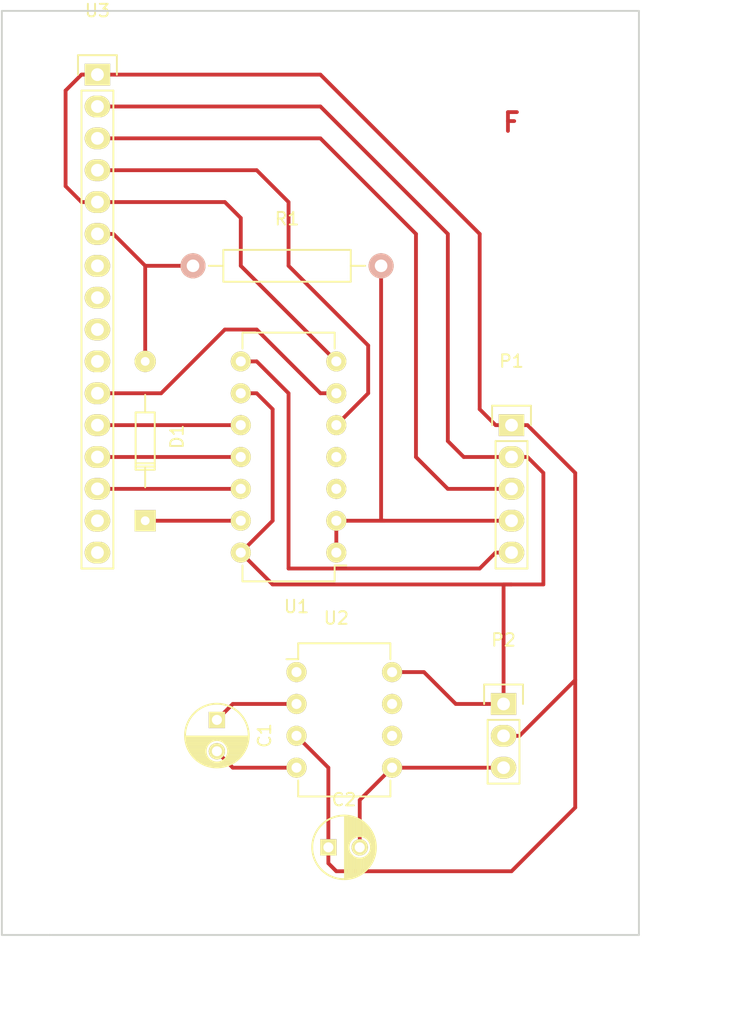
<source format=kicad_pcb>
(kicad_pcb (version 4) (host pcbnew 4.0.2+dfsg1-stable)

  (general
    (links 28)
    (no_connects 0)
    (area 120.574999 69.8702 183.565715 153.83)
    (thickness 1.6)
    (drawings 8)
    (tracks 90)
    (zones 0)
    (modules 9)
    (nets 27)
  )

  (page A4)
  (layers
    (0 F.Cu signal)
    (31 B.Cu signal)
    (32 B.Adhes user)
    (33 F.Adhes user)
    (34 B.Paste user)
    (35 F.Paste user)
    (36 B.SilkS user)
    (37 F.SilkS user)
    (38 B.Mask user)
    (39 F.Mask user)
    (40 Dwgs.User user)
    (41 Cmts.User user)
    (42 Eco1.User user)
    (43 Eco2.User user)
    (44 Edge.Cuts user)
    (45 Margin user)
    (46 B.CrtYd user)
    (47 F.CrtYd user)
    (48 B.Fab user)
    (49 F.Fab user)
  )

  (setup
    (last_trace_width 0.3048)
    (trace_clearance 0.3048)
    (zone_clearance 0.508)
    (zone_45_only no)
    (trace_min 0.3048)
    (segment_width 0.2)
    (edge_width 0.15)
    (via_size 2.54)
    (via_drill 2.286)
    (via_min_size 2.54)
    (via_min_drill 2.286)
    (uvia_size 2.54)
    (uvia_drill 0)
    (uvias_allowed no)
    (uvia_min_size 0)
    (uvia_min_drill 0)
    (pcb_text_width 0.3)
    (pcb_text_size 1.5 1.5)
    (mod_edge_width 0.15)
    (mod_text_size 1 1)
    (mod_text_width 0.15)
    (pad_size 1.524 1.524)
    (pad_drill 0.762)
    (pad_to_mask_clearance 0.2)
    (aux_axis_origin 0 0)
    (visible_elements FFFFFF7F)
    (pcbplotparams
      (layerselection 0x00030_80000001)
      (usegerberextensions false)
      (excludeedgelayer true)
      (linewidth 0.100000)
      (plotframeref false)
      (viasonmask false)
      (mode 1)
      (useauxorigin false)
      (hpglpennumber 1)
      (hpglpenspeed 20)
      (hpglpendiameter 15)
      (hpglpenoverlay 2)
      (psnegative false)
      (psa4output false)
      (plotreference true)
      (plotvalue true)
      (plotinvisibletext false)
      (padsonsilk false)
      (subtractmaskfromsilk false)
      (outputformat 1)
      (mirror false)
      (drillshape 1)
      (scaleselection 1)
      (outputdirectory ""))
  )

  (net 0 "")
  (net 1 "Net-(C1-Pad1)")
  (net 2 "Net-(C1-Pad2)")
  (net 3 GND)
  (net 4 "Net-(C2-Pad2)")
  (net 5 "Net-(D1-Pad1)")
  (net 6 "Net-(D1-Pad2)")
  (net 7 "Net-(P1-Pad3)")
  (net 8 "Net-(P1-Pad4)")
  (net 9 "Net-(P1-Pad5)")
  (net 10 "Net-(U1-Pad1)")
  (net 11 "Net-(U1-Pad6)")
  (net 12 "Net-(U1-Pad7)")
  (net 13 "Net-(U2-Pad3)")
  (net 14 "Net-(U2-Pad4)")
  (net 15 "Net-(U2-Pad5)")
  (net 16 "Net-(U2-Pad6)")
  (net 17 "Net-(U2-Pad10)")
  (net 18 "Net-(U2-Pad11)")
  (net 19 "Net-(U2-Pad12)")
  (net 20 "Net-(U3-Pad7)")
  (net 21 "Net-(U3-Pad8)")
  (net 22 "Net-(U3-Pad9)")
  (net 23 "Net-(U3-Pad10)")
  (net 24 "Net-(U3-Pad15)")
  (net 25 "Net-(U3-Pad16)")
  (net 26 +5V)

  (net_class Default "This is the default net class."
    (clearance 0.3048)
    (trace_width 0.3048)
    (via_dia 2.54)
    (via_drill 2.286)
    (uvia_dia 2.54)
    (uvia_drill 0)
    (add_net +5V)
    (add_net GND)
    (add_net "Net-(C1-Pad1)")
    (add_net "Net-(C1-Pad2)")
    (add_net "Net-(C2-Pad2)")
    (add_net "Net-(D1-Pad1)")
    (add_net "Net-(D1-Pad2)")
    (add_net "Net-(P1-Pad3)")
    (add_net "Net-(P1-Pad4)")
    (add_net "Net-(P1-Pad5)")
    (add_net "Net-(U1-Pad1)")
    (add_net "Net-(U1-Pad6)")
    (add_net "Net-(U1-Pad7)")
    (add_net "Net-(U2-Pad10)")
    (add_net "Net-(U2-Pad11)")
    (add_net "Net-(U2-Pad12)")
    (add_net "Net-(U2-Pad3)")
    (add_net "Net-(U2-Pad4)")
    (add_net "Net-(U2-Pad5)")
    (add_net "Net-(U2-Pad6)")
    (add_net "Net-(U3-Pad10)")
    (add_net "Net-(U3-Pad15)")
    (add_net "Net-(U3-Pad16)")
    (add_net "Net-(U3-Pad7)")
    (add_net "Net-(U3-Pad8)")
    (add_net "Net-(U3-Pad9)")
  )

  (module Housings_DIP:DIP-8_W7.62mm (layer F.Cu) (tedit 54130A77) (tstamp 58385ADF)
    (at 144.145 123.825)
    (descr "8-lead dip package, row spacing 7.62 mm (300 mils)")
    (tags "dil dip 2.54 300")
    (path /583788D1)
    (fp_text reference U1 (at 0 -5.22) (layer F.SilkS)
      (effects (font (size 1 1) (thickness 0.15)))
    )
    (fp_text value ICL7660 (at 0 -3.72) (layer F.Fab)
      (effects (font (size 1 1) (thickness 0.15)))
    )
    (fp_line (start -1.05 -2.45) (end -1.05 10.1) (layer F.CrtYd) (width 0.05))
    (fp_line (start 8.65 -2.45) (end 8.65 10.1) (layer F.CrtYd) (width 0.05))
    (fp_line (start -1.05 -2.45) (end 8.65 -2.45) (layer F.CrtYd) (width 0.05))
    (fp_line (start -1.05 10.1) (end 8.65 10.1) (layer F.CrtYd) (width 0.05))
    (fp_line (start 0.135 -2.295) (end 0.135 -1.025) (layer F.SilkS) (width 0.15))
    (fp_line (start 7.485 -2.295) (end 7.485 -1.025) (layer F.SilkS) (width 0.15))
    (fp_line (start 7.485 9.915) (end 7.485 8.645) (layer F.SilkS) (width 0.15))
    (fp_line (start 0.135 9.915) (end 0.135 8.645) (layer F.SilkS) (width 0.15))
    (fp_line (start 0.135 -2.295) (end 7.485 -2.295) (layer F.SilkS) (width 0.15))
    (fp_line (start 0.135 9.915) (end 7.485 9.915) (layer F.SilkS) (width 0.15))
    (fp_line (start 0.135 -1.025) (end -0.8 -1.025) (layer F.SilkS) (width 0.15))
    (pad 1 thru_hole oval (at 0 0) (size 1.6 1.6) (drill 0.8) (layers *.Cu *.Mask F.SilkS)
      (net 10 "Net-(U1-Pad1)"))
    (pad 2 thru_hole oval (at 0 2.54) (size 1.6 1.6) (drill 0.8) (layers *.Cu *.Mask F.SilkS)
      (net 1 "Net-(C1-Pad1)"))
    (pad 3 thru_hole oval (at 0 5.08) (size 1.6 1.6) (drill 0.8) (layers *.Cu *.Mask F.SilkS)
      (net 3 GND))
    (pad 4 thru_hole oval (at 0 7.62) (size 1.6 1.6) (drill 0.8) (layers *.Cu *.Mask F.SilkS)
      (net 2 "Net-(C1-Pad2)"))
    (pad 5 thru_hole oval (at 7.62 7.62) (size 1.6 1.6) (drill 0.8) (layers *.Cu *.Mask F.SilkS)
      (net 4 "Net-(C2-Pad2)"))
    (pad 6 thru_hole oval (at 7.62 5.08) (size 1.6 1.6) (drill 0.8) (layers *.Cu *.Mask F.SilkS)
      (net 11 "Net-(U1-Pad6)"))
    (pad 7 thru_hole oval (at 7.62 2.54) (size 1.6 1.6) (drill 0.8) (layers *.Cu *.Mask F.SilkS)
      (net 12 "Net-(U1-Pad7)"))
    (pad 8 thru_hole oval (at 7.62 0) (size 1.6 1.6) (drill 0.8) (layers *.Cu *.Mask F.SilkS)
      (net 26 +5V))
    (model Housings_DIP.3dshapes/DIP-8_W7.62mm.wrl
      (at (xyz 0 0 0))
      (scale (xyz 1 1 1))
      (rotate (xyz 0 0 0))
    )
  )

  (module Pin_Headers:Pin_Header_Straight_1x05 (layer F.Cu) (tedit 54EA0684) (tstamp 58385AC6)
    (at 161.29 104.14)
    (descr "Through hole pin header")
    (tags "pin header")
    (path /5837691B)
    (fp_text reference P1 (at 0 -5.1) (layer F.SilkS)
      (effects (font (size 1 1) (thickness 0.15)))
    )
    (fp_text value CONN_01X05 (at 0 -3.1) (layer F.Fab)
      (effects (font (size 1 1) (thickness 0.15)))
    )
    (fp_line (start -1.55 0) (end -1.55 -1.55) (layer F.SilkS) (width 0.15))
    (fp_line (start -1.55 -1.55) (end 1.55 -1.55) (layer F.SilkS) (width 0.15))
    (fp_line (start 1.55 -1.55) (end 1.55 0) (layer F.SilkS) (width 0.15))
    (fp_line (start -1.75 -1.75) (end -1.75 11.95) (layer F.CrtYd) (width 0.05))
    (fp_line (start 1.75 -1.75) (end 1.75 11.95) (layer F.CrtYd) (width 0.05))
    (fp_line (start -1.75 -1.75) (end 1.75 -1.75) (layer F.CrtYd) (width 0.05))
    (fp_line (start -1.75 11.95) (end 1.75 11.95) (layer F.CrtYd) (width 0.05))
    (fp_line (start 1.27 1.27) (end 1.27 11.43) (layer F.SilkS) (width 0.15))
    (fp_line (start 1.27 11.43) (end -1.27 11.43) (layer F.SilkS) (width 0.15))
    (fp_line (start -1.27 11.43) (end -1.27 1.27) (layer F.SilkS) (width 0.15))
    (fp_line (start 1.27 1.27) (end -1.27 1.27) (layer F.SilkS) (width 0.15))
    (pad 1 thru_hole rect (at 0 0) (size 2.032 1.7272) (drill 1.016) (layers *.Cu *.Mask F.SilkS)
      (net 3 GND))
    (pad 2 thru_hole oval (at 0 2.54) (size 2.032 1.7272) (drill 1.016) (layers *.Cu *.Mask F.SilkS)
      (net 26 +5V))
    (pad 3 thru_hole oval (at 0 5.08) (size 2.032 1.7272) (drill 1.016) (layers *.Cu *.Mask F.SilkS)
      (net 7 "Net-(P1-Pad3)"))
    (pad 4 thru_hole oval (at 0 7.62) (size 2.032 1.7272) (drill 1.016) (layers *.Cu *.Mask F.SilkS)
      (net 8 "Net-(P1-Pad4)"))
    (pad 5 thru_hole oval (at 0 10.16) (size 2.032 1.7272) (drill 1.016) (layers *.Cu *.Mask F.SilkS)
      (net 9 "Net-(P1-Pad5)"))
    (model Pin_Headers.3dshapes/Pin_Header_Straight_1x05.wrl
      (at (xyz 0 -0.2 0))
      (scale (xyz 1 1 1))
      (rotate (xyz 0 0 90))
    )
  )

  (module Pin_Headers:Pin_Header_Straight_1x03 (layer F.Cu) (tedit 0) (tstamp 58385ACD)
    (at 160.655 126.365)
    (descr "Through hole pin header")
    (tags "pin header")
    (path /58387539)
    (fp_text reference P2 (at 0 -5.1) (layer F.SilkS)
      (effects (font (size 1 1) (thickness 0.15)))
    )
    (fp_text value CONN_01X03 (at 0 -3.1) (layer F.Fab)
      (effects (font (size 1 1) (thickness 0.15)))
    )
    (fp_line (start -1.75 -1.75) (end -1.75 6.85) (layer F.CrtYd) (width 0.05))
    (fp_line (start 1.75 -1.75) (end 1.75 6.85) (layer F.CrtYd) (width 0.05))
    (fp_line (start -1.75 -1.75) (end 1.75 -1.75) (layer F.CrtYd) (width 0.05))
    (fp_line (start -1.75 6.85) (end 1.75 6.85) (layer F.CrtYd) (width 0.05))
    (fp_line (start -1.27 1.27) (end -1.27 6.35) (layer F.SilkS) (width 0.15))
    (fp_line (start -1.27 6.35) (end 1.27 6.35) (layer F.SilkS) (width 0.15))
    (fp_line (start 1.27 6.35) (end 1.27 1.27) (layer F.SilkS) (width 0.15))
    (fp_line (start 1.55 -1.55) (end 1.55 0) (layer F.SilkS) (width 0.15))
    (fp_line (start 1.27 1.27) (end -1.27 1.27) (layer F.SilkS) (width 0.15))
    (fp_line (start -1.55 0) (end -1.55 -1.55) (layer F.SilkS) (width 0.15))
    (fp_line (start -1.55 -1.55) (end 1.55 -1.55) (layer F.SilkS) (width 0.15))
    (pad 1 thru_hole rect (at 0 0) (size 2.032 1.7272) (drill 1.016) (layers *.Cu *.Mask F.SilkS)
      (net 26 +5V))
    (pad 2 thru_hole oval (at 0 2.54) (size 2.032 1.7272) (drill 1.016) (layers *.Cu *.Mask F.SilkS)
      (net 3 GND))
    (pad 3 thru_hole oval (at 0 5.08) (size 2.032 1.7272) (drill 1.016) (layers *.Cu *.Mask F.SilkS)
      (net 4 "Net-(C2-Pad2)"))
    (model Pin_Headers.3dshapes/Pin_Header_Straight_1x03.wrl
      (at (xyz 0 -0.1 0))
      (scale (xyz 1 1 1))
      (rotate (xyz 0 0 90))
    )
  )

  (module Resistors_ThroughHole:Resistor_Horizontal_RM15mm (layer F.Cu) (tedit 569FCEE8) (tstamp 58385AD3)
    (at 135.89 91.44)
    (descr "Resistor, Axial, RM 15mm,")
    (tags "Resistor Axial RM 15mm")
    (path /58378158)
    (fp_text reference R1 (at 7.5 -3.74904) (layer F.SilkS)
      (effects (font (size 1 1) (thickness 0.15)))
    )
    (fp_text value 1k (at 7.5 4.0005) (layer F.Fab)
      (effects (font (size 1 1) (thickness 0.15)))
    )
    (fp_line (start -1.25 1.5) (end -1.25 -1.5) (layer F.CrtYd) (width 0.05))
    (fp_line (start -1.25 -1.5) (end 16.25 -1.5) (layer F.CrtYd) (width 0.05))
    (fp_line (start 16.25 -1.5) (end 16.25 1.5) (layer F.CrtYd) (width 0.05))
    (fp_line (start 16.25 1.5) (end -1.25 1.5) (layer F.CrtYd) (width 0.05))
    (fp_line (start 2.42 -1.27) (end 2.42 1.27) (layer F.SilkS) (width 0.15))
    (fp_line (start 2.42 1.27) (end 12.58 1.27) (layer F.SilkS) (width 0.15))
    (fp_line (start 12.58 1.27) (end 12.58 -1.27) (layer F.SilkS) (width 0.15))
    (fp_line (start 12.58 -1.27) (end 2.42 -1.27) (layer F.SilkS) (width 0.15))
    (fp_line (start 13.73 0) (end 12.58 0) (layer F.SilkS) (width 0.15))
    (fp_line (start 1.27 0) (end 2.42 0) (layer F.SilkS) (width 0.15))
    (pad 1 thru_hole circle (at 0 0) (size 1.99898 1.99898) (drill 1.00076) (layers *.Cu *.SilkS *.Mask)
      (net 6 "Net-(D1-Pad2)"))
    (pad 2 thru_hole circle (at 15 0) (size 1.99898 1.99898) (drill 1.00076) (layers *.Cu *.SilkS *.Mask)
      (net 8 "Net-(P1-Pad4)"))
    (model Resistors_ThroughHole.3dshapes/Resistor_Horizontal_RM15mm.wrl
      (at (xyz 0 0 0))
      (scale (xyz 0.4 0.4 0.4))
      (rotate (xyz 0 0 0))
    )
  )

  (module Housings_DIP:DIP-14_W7.62mm (layer F.Cu) (tedit 54130A77) (tstamp 58385AF1)
    (at 147.32 114.3 180)
    (descr "14-lead dip package, row spacing 7.62 mm (300 mils)")
    (tags "dil dip 2.54 300")
    (path /58377A54)
    (fp_text reference U2 (at 0 -5.22 180) (layer F.SilkS)
      (effects (font (size 1 1) (thickness 0.15)))
    )
    (fp_text value 74HC164 (at 0 -3.72 180) (layer F.Fab)
      (effects (font (size 1 1) (thickness 0.15)))
    )
    (fp_line (start -1.05 -2.45) (end -1.05 17.7) (layer F.CrtYd) (width 0.05))
    (fp_line (start 8.65 -2.45) (end 8.65 17.7) (layer F.CrtYd) (width 0.05))
    (fp_line (start -1.05 -2.45) (end 8.65 -2.45) (layer F.CrtYd) (width 0.05))
    (fp_line (start -1.05 17.7) (end 8.65 17.7) (layer F.CrtYd) (width 0.05))
    (fp_line (start 0.135 -2.295) (end 0.135 -1.025) (layer F.SilkS) (width 0.15))
    (fp_line (start 7.485 -2.295) (end 7.485 -1.025) (layer F.SilkS) (width 0.15))
    (fp_line (start 7.485 17.535) (end 7.485 16.265) (layer F.SilkS) (width 0.15))
    (fp_line (start 0.135 17.535) (end 0.135 16.265) (layer F.SilkS) (width 0.15))
    (fp_line (start 0.135 -2.295) (end 7.485 -2.295) (layer F.SilkS) (width 0.15))
    (fp_line (start 0.135 17.535) (end 7.485 17.535) (layer F.SilkS) (width 0.15))
    (fp_line (start 0.135 -1.025) (end -0.8 -1.025) (layer F.SilkS) (width 0.15))
    (pad 1 thru_hole oval (at 0 0 180) (size 1.6 1.6) (drill 0.8) (layers *.Cu *.Mask F.SilkS)
      (net 8 "Net-(P1-Pad4)"))
    (pad 2 thru_hole oval (at 0 2.54 180) (size 1.6 1.6) (drill 0.8) (layers *.Cu *.Mask F.SilkS)
      (net 8 "Net-(P1-Pad4)"))
    (pad 3 thru_hole oval (at 0 5.08 180) (size 1.6 1.6) (drill 0.8) (layers *.Cu *.Mask F.SilkS)
      (net 13 "Net-(U2-Pad3)"))
    (pad 4 thru_hole oval (at 0 7.62 180) (size 1.6 1.6) (drill 0.8) (layers *.Cu *.Mask F.SilkS)
      (net 14 "Net-(U2-Pad4)"))
    (pad 5 thru_hole oval (at 0 10.16 180) (size 1.6 1.6) (drill 0.8) (layers *.Cu *.Mask F.SilkS)
      (net 15 "Net-(U2-Pad5)"))
    (pad 6 thru_hole oval (at 0 12.7 180) (size 1.6 1.6) (drill 0.8) (layers *.Cu *.Mask F.SilkS)
      (net 16 "Net-(U2-Pad6)"))
    (pad 7 thru_hole oval (at 0 15.24 180) (size 1.6 1.6) (drill 0.8) (layers *.Cu *.Mask F.SilkS)
      (net 3 GND))
    (pad 8 thru_hole oval (at 7.62 15.24 180) (size 1.6 1.6) (drill 0.8) (layers *.Cu *.Mask F.SilkS)
      (net 9 "Net-(P1-Pad5)"))
    (pad 9 thru_hole oval (at 7.62 12.7 180) (size 1.6 1.6) (drill 0.8) (layers *.Cu *.Mask F.SilkS)
      (net 26 +5V))
    (pad 10 thru_hole oval (at 7.62 10.16 180) (size 1.6 1.6) (drill 0.8) (layers *.Cu *.Mask F.SilkS)
      (net 17 "Net-(U2-Pad10)"))
    (pad 11 thru_hole oval (at 7.62 7.62 180) (size 1.6 1.6) (drill 0.8) (layers *.Cu *.Mask F.SilkS)
      (net 18 "Net-(U2-Pad11)"))
    (pad 12 thru_hole oval (at 7.62 5.08 180) (size 1.6 1.6) (drill 0.8) (layers *.Cu *.Mask F.SilkS)
      (net 19 "Net-(U2-Pad12)"))
    (pad 13 thru_hole oval (at 7.62 2.54 180) (size 1.6 1.6) (drill 0.8) (layers *.Cu *.Mask F.SilkS)
      (net 5 "Net-(D1-Pad1)"))
    (pad 14 thru_hole oval (at 7.62 0 180) (size 1.6 1.6) (drill 0.8) (layers *.Cu *.Mask F.SilkS)
      (net 26 +5V))
    (model Housings_DIP.3dshapes/DIP-14_W7.62mm.wrl
      (at (xyz 0 0 0))
      (scale (xyz 1 1 1))
      (rotate (xyz 0 0 0))
    )
  )

  (module Pin_Headers:Pin_Header_Straight_1x16 (layer F.Cu) (tedit 0) (tstamp 58385B05)
    (at 128.27 76.2)
    (descr "Through hole pin header")
    (tags "pin header")
    (path /58378079)
    (fp_text reference U3 (at 0 -5.1) (layer F.SilkS)
      (effects (font (size 1 1) (thickness 0.15)))
    )
    (fp_text value HD44780 (at 0 -3.1) (layer F.Fab)
      (effects (font (size 1 1) (thickness 0.15)))
    )
    (fp_line (start -1.75 -1.75) (end -1.75 39.85) (layer F.CrtYd) (width 0.05))
    (fp_line (start 1.75 -1.75) (end 1.75 39.85) (layer F.CrtYd) (width 0.05))
    (fp_line (start -1.75 -1.75) (end 1.75 -1.75) (layer F.CrtYd) (width 0.05))
    (fp_line (start -1.75 39.85) (end 1.75 39.85) (layer F.CrtYd) (width 0.05))
    (fp_line (start -1.27 1.27) (end -1.27 39.37) (layer F.SilkS) (width 0.15))
    (fp_line (start -1.27 39.37) (end 1.27 39.37) (layer F.SilkS) (width 0.15))
    (fp_line (start 1.27 39.37) (end 1.27 1.27) (layer F.SilkS) (width 0.15))
    (fp_line (start 1.55 -1.55) (end 1.55 0) (layer F.SilkS) (width 0.15))
    (fp_line (start 1.27 1.27) (end -1.27 1.27) (layer F.SilkS) (width 0.15))
    (fp_line (start -1.55 0) (end -1.55 -1.55) (layer F.SilkS) (width 0.15))
    (fp_line (start -1.55 -1.55) (end 1.55 -1.55) (layer F.SilkS) (width 0.15))
    (pad 1 thru_hole rect (at 0 0) (size 2.032 1.7272) (drill 1.016) (layers *.Cu *.Mask F.SilkS)
      (net 3 GND))
    (pad 2 thru_hole oval (at 0 2.54) (size 2.032 1.7272) (drill 1.016) (layers *.Cu *.Mask F.SilkS)
      (net 26 +5V))
    (pad 3 thru_hole oval (at 0 5.08) (size 2.032 1.7272) (drill 1.016) (layers *.Cu *.Mask F.SilkS)
      (net 7 "Net-(P1-Pad3)"))
    (pad 4 thru_hole oval (at 0 7.62) (size 2.032 1.7272) (drill 1.016) (layers *.Cu *.Mask F.SilkS)
      (net 15 "Net-(U2-Pad5)"))
    (pad 5 thru_hole oval (at 0 10.16) (size 2.032 1.7272) (drill 1.016) (layers *.Cu *.Mask F.SilkS)
      (net 3 GND))
    (pad 6 thru_hole oval (at 0 12.7) (size 2.032 1.7272) (drill 1.016) (layers *.Cu *.Mask F.SilkS)
      (net 6 "Net-(D1-Pad2)"))
    (pad 7 thru_hole oval (at 0 15.24) (size 2.032 1.7272) (drill 1.016) (layers *.Cu *.Mask F.SilkS)
      (net 20 "Net-(U3-Pad7)"))
    (pad 8 thru_hole oval (at 0 17.78) (size 2.032 1.7272) (drill 1.016) (layers *.Cu *.Mask F.SilkS)
      (net 21 "Net-(U3-Pad8)"))
    (pad 9 thru_hole oval (at 0 20.32) (size 2.032 1.7272) (drill 1.016) (layers *.Cu *.Mask F.SilkS)
      (net 22 "Net-(U3-Pad9)"))
    (pad 10 thru_hole oval (at 0 22.86) (size 2.032 1.7272) (drill 1.016) (layers *.Cu *.Mask F.SilkS)
      (net 23 "Net-(U3-Pad10)"))
    (pad 11 thru_hole oval (at 0 25.4) (size 2.032 1.7272) (drill 1.016) (layers *.Cu *.Mask F.SilkS)
      (net 16 "Net-(U2-Pad6)"))
    (pad 12 thru_hole oval (at 0 27.94) (size 2.032 1.7272) (drill 1.016) (layers *.Cu *.Mask F.SilkS)
      (net 17 "Net-(U2-Pad10)"))
    (pad 13 thru_hole oval (at 0 30.48) (size 2.032 1.7272) (drill 1.016) (layers *.Cu *.Mask F.SilkS)
      (net 18 "Net-(U2-Pad11)"))
    (pad 14 thru_hole oval (at 0 33.02) (size 2.032 1.7272) (drill 1.016) (layers *.Cu *.Mask F.SilkS)
      (net 19 "Net-(U2-Pad12)"))
    (pad 15 thru_hole oval (at 0 35.56) (size 2.032 1.7272) (drill 1.016) (layers *.Cu *.Mask F.SilkS)
      (net 24 "Net-(U3-Pad15)"))
    (pad 16 thru_hole oval (at 0 38.1) (size 2.032 1.7272) (drill 1.016) (layers *.Cu *.Mask F.SilkS)
      (net 25 "Net-(U3-Pad16)"))
    (model Pin_Headers.3dshapes/Pin_Header_Straight_1x16.wrl
      (at (xyz 0 -0.75 0))
      (scale (xyz 1 1 1))
      (rotate (xyz 0 0 90))
    )
  )

  (module Capacitors_ThroughHole:C_Radial_D5_L6_P2.5 (layer F.Cu) (tedit 0) (tstamp 58387445)
    (at 137.795 127.635 270)
    (descr "Radial Electrolytic Capacitor Diameter 5mm x Length 6mm, Pitch 2.5mm")
    (tags "Electrolytic Capacitor")
    (path /583789AD)
    (fp_text reference C1 (at 1.25 -3.8 270) (layer F.SilkS)
      (effects (font (size 1 1) (thickness 0.15)))
    )
    (fp_text value 10µ (at 1.25 3.8 270) (layer F.Fab)
      (effects (font (size 1 1) (thickness 0.15)))
    )
    (fp_line (start 1.325 -2.499) (end 1.325 2.499) (layer F.SilkS) (width 0.15))
    (fp_line (start 1.465 -2.491) (end 1.465 2.491) (layer F.SilkS) (width 0.15))
    (fp_line (start 1.605 -2.475) (end 1.605 -0.095) (layer F.SilkS) (width 0.15))
    (fp_line (start 1.605 0.095) (end 1.605 2.475) (layer F.SilkS) (width 0.15))
    (fp_line (start 1.745 -2.451) (end 1.745 -0.49) (layer F.SilkS) (width 0.15))
    (fp_line (start 1.745 0.49) (end 1.745 2.451) (layer F.SilkS) (width 0.15))
    (fp_line (start 1.885 -2.418) (end 1.885 -0.657) (layer F.SilkS) (width 0.15))
    (fp_line (start 1.885 0.657) (end 1.885 2.418) (layer F.SilkS) (width 0.15))
    (fp_line (start 2.025 -2.377) (end 2.025 -0.764) (layer F.SilkS) (width 0.15))
    (fp_line (start 2.025 0.764) (end 2.025 2.377) (layer F.SilkS) (width 0.15))
    (fp_line (start 2.165 -2.327) (end 2.165 -0.835) (layer F.SilkS) (width 0.15))
    (fp_line (start 2.165 0.835) (end 2.165 2.327) (layer F.SilkS) (width 0.15))
    (fp_line (start 2.305 -2.266) (end 2.305 -0.879) (layer F.SilkS) (width 0.15))
    (fp_line (start 2.305 0.879) (end 2.305 2.266) (layer F.SilkS) (width 0.15))
    (fp_line (start 2.445 -2.196) (end 2.445 -0.898) (layer F.SilkS) (width 0.15))
    (fp_line (start 2.445 0.898) (end 2.445 2.196) (layer F.SilkS) (width 0.15))
    (fp_line (start 2.585 -2.114) (end 2.585 -0.896) (layer F.SilkS) (width 0.15))
    (fp_line (start 2.585 0.896) (end 2.585 2.114) (layer F.SilkS) (width 0.15))
    (fp_line (start 2.725 -2.019) (end 2.725 -0.871) (layer F.SilkS) (width 0.15))
    (fp_line (start 2.725 0.871) (end 2.725 2.019) (layer F.SilkS) (width 0.15))
    (fp_line (start 2.865 -1.908) (end 2.865 -0.823) (layer F.SilkS) (width 0.15))
    (fp_line (start 2.865 0.823) (end 2.865 1.908) (layer F.SilkS) (width 0.15))
    (fp_line (start 3.005 -1.78) (end 3.005 -0.745) (layer F.SilkS) (width 0.15))
    (fp_line (start 3.005 0.745) (end 3.005 1.78) (layer F.SilkS) (width 0.15))
    (fp_line (start 3.145 -1.631) (end 3.145 -0.628) (layer F.SilkS) (width 0.15))
    (fp_line (start 3.145 0.628) (end 3.145 1.631) (layer F.SilkS) (width 0.15))
    (fp_line (start 3.285 -1.452) (end 3.285 -0.44) (layer F.SilkS) (width 0.15))
    (fp_line (start 3.285 0.44) (end 3.285 1.452) (layer F.SilkS) (width 0.15))
    (fp_line (start 3.425 -1.233) (end 3.425 1.233) (layer F.SilkS) (width 0.15))
    (fp_line (start 3.565 -0.944) (end 3.565 0.944) (layer F.SilkS) (width 0.15))
    (fp_line (start 3.705 -0.472) (end 3.705 0.472) (layer F.SilkS) (width 0.15))
    (fp_circle (center 2.5 0) (end 2.5 -0.9) (layer F.SilkS) (width 0.15))
    (fp_circle (center 1.25 0) (end 1.25 -2.5375) (layer F.SilkS) (width 0.15))
    (fp_circle (center 1.25 0) (end 1.25 -2.8) (layer F.CrtYd) (width 0.05))
    (pad 1 thru_hole rect (at 0 0 270) (size 1.3 1.3) (drill 0.8) (layers *.Cu *.Mask F.SilkS)
      (net 1 "Net-(C1-Pad1)"))
    (pad 2 thru_hole circle (at 2.5 0 270) (size 1.3 1.3) (drill 0.8) (layers *.Cu *.Mask F.SilkS)
      (net 2 "Net-(C1-Pad2)"))
    (model Capacitors_ThroughHole.3dshapes/C_Radial_D5_L6_P2.5.wrl
      (at (xyz 0.0492126 0 0))
      (scale (xyz 1 1 1))
      (rotate (xyz 0 0 90))
    )
  )

  (module Capacitors_ThroughHole:C_Radial_D5_L6_P2.5 (layer F.Cu) (tedit 0) (tstamp 5838744A)
    (at 146.685 137.795)
    (descr "Radial Electrolytic Capacitor Diameter 5mm x Length 6mm, Pitch 2.5mm")
    (tags "Electrolytic Capacitor")
    (path /5837891A)
    (fp_text reference C2 (at 1.25 -3.8) (layer F.SilkS)
      (effects (font (size 1 1) (thickness 0.15)))
    )
    (fp_text value 10µ (at 1.25 3.8) (layer F.Fab)
      (effects (font (size 1 1) (thickness 0.15)))
    )
    (fp_line (start 1.325 -2.499) (end 1.325 2.499) (layer F.SilkS) (width 0.15))
    (fp_line (start 1.465 -2.491) (end 1.465 2.491) (layer F.SilkS) (width 0.15))
    (fp_line (start 1.605 -2.475) (end 1.605 -0.095) (layer F.SilkS) (width 0.15))
    (fp_line (start 1.605 0.095) (end 1.605 2.475) (layer F.SilkS) (width 0.15))
    (fp_line (start 1.745 -2.451) (end 1.745 -0.49) (layer F.SilkS) (width 0.15))
    (fp_line (start 1.745 0.49) (end 1.745 2.451) (layer F.SilkS) (width 0.15))
    (fp_line (start 1.885 -2.418) (end 1.885 -0.657) (layer F.SilkS) (width 0.15))
    (fp_line (start 1.885 0.657) (end 1.885 2.418) (layer F.SilkS) (width 0.15))
    (fp_line (start 2.025 -2.377) (end 2.025 -0.764) (layer F.SilkS) (width 0.15))
    (fp_line (start 2.025 0.764) (end 2.025 2.377) (layer F.SilkS) (width 0.15))
    (fp_line (start 2.165 -2.327) (end 2.165 -0.835) (layer F.SilkS) (width 0.15))
    (fp_line (start 2.165 0.835) (end 2.165 2.327) (layer F.SilkS) (width 0.15))
    (fp_line (start 2.305 -2.266) (end 2.305 -0.879) (layer F.SilkS) (width 0.15))
    (fp_line (start 2.305 0.879) (end 2.305 2.266) (layer F.SilkS) (width 0.15))
    (fp_line (start 2.445 -2.196) (end 2.445 -0.898) (layer F.SilkS) (width 0.15))
    (fp_line (start 2.445 0.898) (end 2.445 2.196) (layer F.SilkS) (width 0.15))
    (fp_line (start 2.585 -2.114) (end 2.585 -0.896) (layer F.SilkS) (width 0.15))
    (fp_line (start 2.585 0.896) (end 2.585 2.114) (layer F.SilkS) (width 0.15))
    (fp_line (start 2.725 -2.019) (end 2.725 -0.871) (layer F.SilkS) (width 0.15))
    (fp_line (start 2.725 0.871) (end 2.725 2.019) (layer F.SilkS) (width 0.15))
    (fp_line (start 2.865 -1.908) (end 2.865 -0.823) (layer F.SilkS) (width 0.15))
    (fp_line (start 2.865 0.823) (end 2.865 1.908) (layer F.SilkS) (width 0.15))
    (fp_line (start 3.005 -1.78) (end 3.005 -0.745) (layer F.SilkS) (width 0.15))
    (fp_line (start 3.005 0.745) (end 3.005 1.78) (layer F.SilkS) (width 0.15))
    (fp_line (start 3.145 -1.631) (end 3.145 -0.628) (layer F.SilkS) (width 0.15))
    (fp_line (start 3.145 0.628) (end 3.145 1.631) (layer F.SilkS) (width 0.15))
    (fp_line (start 3.285 -1.452) (end 3.285 -0.44) (layer F.SilkS) (width 0.15))
    (fp_line (start 3.285 0.44) (end 3.285 1.452) (layer F.SilkS) (width 0.15))
    (fp_line (start 3.425 -1.233) (end 3.425 1.233) (layer F.SilkS) (width 0.15))
    (fp_line (start 3.565 -0.944) (end 3.565 0.944) (layer F.SilkS) (width 0.15))
    (fp_line (start 3.705 -0.472) (end 3.705 0.472) (layer F.SilkS) (width 0.15))
    (fp_circle (center 2.5 0) (end 2.5 -0.9) (layer F.SilkS) (width 0.15))
    (fp_circle (center 1.25 0) (end 1.25 -2.5375) (layer F.SilkS) (width 0.15))
    (fp_circle (center 1.25 0) (end 1.25 -2.8) (layer F.CrtYd) (width 0.05))
    (pad 1 thru_hole rect (at 0 0) (size 1.3 1.3) (drill 0.8) (layers *.Cu *.Mask F.SilkS)
      (net 3 GND))
    (pad 2 thru_hole circle (at 2.5 0) (size 1.3 1.3) (drill 0.8) (layers *.Cu *.Mask F.SilkS)
      (net 4 "Net-(C2-Pad2)"))
    (model Capacitors_ThroughHole.3dshapes/C_Radial_D5_L6_P2.5.wrl
      (at (xyz 0.0492126 0 0))
      (scale (xyz 1 1 1))
      (rotate (xyz 0 0 90))
    )
  )

  (module Diodes_ThroughHole:Diode_DO-35_SOD27_Horizontal_RM10 (layer F.Cu) (tedit 5838750A) (tstamp 5838744F)
    (at 132.08 110.49 90)
    (descr "Diode, DO-35,  SOD27, Horizontal, RM 10mm")
    (tags "Diode, DO-35, SOD27, Horizontal, RM 10mm, 1N4148,")
    (path /583781EF)
    (fp_text reference D1 (at 5.43052 2.53746 90) (layer F.SilkS)
      (effects (font (size 1 1) (thickness 0.15)))
    )
    (fp_text value D (at 4.41452 -3.55854 90) (layer F.Fab)
      (effects (font (size 1 1) (thickness 0.15)))
    )
    (fp_line (start 7.36652 -0.00254) (end 8.76352 -0.00254) (layer F.SilkS) (width 0.15))
    (fp_line (start 2.92152 -0.00254) (end 1.39752 -0.00254) (layer F.SilkS) (width 0.15))
    (fp_line (start 3.30252 -0.76454) (end 3.30252 0.75946) (layer F.SilkS) (width 0.15))
    (fp_line (start 3.04852 -0.76454) (end 3.04852 0.75946) (layer F.SilkS) (width 0.15))
    (fp_line (start 2.79452 -0.00254) (end 2.79452 0.75946) (layer F.SilkS) (width 0.15))
    (fp_line (start 2.79452 0.75946) (end 7.36652 0.75946) (layer F.SilkS) (width 0.15))
    (fp_line (start 7.36652 0.75946) (end 7.36652 -0.76454) (layer F.SilkS) (width 0.15))
    (fp_line (start 7.36652 -0.76454) (end 2.79452 -0.76454) (layer F.SilkS) (width 0.15))
    (fp_line (start 2.79452 -0.76454) (end 2.79452 -0.00254) (layer F.SilkS) (width 0.15))
    (pad 2 thru_hole circle (at 11.43 0 270) (size 1.69926 1.69926) (drill 0.70104) (layers *.Cu *.Mask F.SilkS)
      (net 6 "Net-(D1-Pad2)"))
    (pad 1 thru_hole rect (at -1.27 0 270) (size 1.69926 1.69926) (drill 0.70104) (layers *.Cu *.Mask F.SilkS)
      (net 5 "Net-(D1-Pad1)"))
    (model Diodes_ThroughHole.3dshapes/Diode_DO-35_SOD27_Horizontal_RM10.wrl
      (at (xyz 0.2 0 0))
      (scale (xyz 0.4 0.4 0.4))
      (rotate (xyz 0 0 180))
    )
  )

  (gr_text "F\n" (at 161.29 80.01) (layer F.Cu)
    (effects (font (size 1.5 1.5) (thickness 0.3)))
  )
  (dimension 50.8 (width 0.3) (layer Margin)
    (gr_text "2,0000 in" (at 146.05 152.479999) (layer Margin)
      (effects (font (size 1.5 1.5) (thickness 0.3)))
    )
    (feature1 (pts (xy 171.45 148.59) (xy 171.45 153.829999)))
    (feature2 (pts (xy 120.65 148.59) (xy 120.65 153.829999)))
    (crossbar (pts (xy 120.65 151.129999) (xy 171.45 151.129999)))
    (arrow1a (pts (xy 171.45 151.129999) (xy 170.323496 151.71642)))
    (arrow1b (pts (xy 171.45 151.129999) (xy 170.323496 150.543578)))
    (arrow2a (pts (xy 120.65 151.129999) (xy 121.776504 151.71642)))
    (arrow2b (pts (xy 120.65 151.129999) (xy 121.776504 150.543578)))
  )
  (dimension 73.66 (width 0.3) (layer Margin)
    (gr_text "2,9000 in" (at 177.88 107.95 270) (layer Margin)
      (effects (font (size 1.5 1.5) (thickness 0.3)))
    )
    (feature1 (pts (xy 173.99 144.78) (xy 179.23 144.78)))
    (feature2 (pts (xy 173.99 71.12) (xy 179.23 71.12)))
    (crossbar (pts (xy 176.53 71.12) (xy 176.53 144.78)))
    (arrow1a (pts (xy 176.53 144.78) (xy 175.943579 143.653496)))
    (arrow1b (pts (xy 176.53 144.78) (xy 177.116421 143.653496)))
    (arrow2a (pts (xy 176.53 71.12) (xy 175.943579 72.246504)))
    (arrow2b (pts (xy 176.53 71.12) (xy 177.116421 72.246504)))
  )
  (gr_line (start 171.45 71.12) (end 171.45 144.78) (angle 90) (layer Edge.Cuts) (width 0.15))
  (gr_line (start 120.65 71.12) (end 171.45 71.12) (angle 90) (layer Edge.Cuts) (width 0.15))
  (gr_line (start 120.65 144.78) (end 120.65 71.12) (angle 90) (layer Edge.Cuts) (width 0.15))
  (gr_line (start 124.46 144.78) (end 120.65 144.78) (angle 90) (layer Edge.Cuts) (width 0.15))
  (gr_line (start 171.45 144.78) (end 124.46 144.78) (angle 90) (layer Edge.Cuts) (width 0.15))

  (segment (start 144.145 126.365) (end 139.065 126.365) (width 0.3048) (layer F.Cu) (net 1) (status 10))
  (segment (start 139.065 126.365) (end 137.795 127.635) (width 0.3048) (layer F.Cu) (net 1) (tstamp 5838749C) (status 20))
  (segment (start 137.795 130.135) (end 137.795 130.175) (width 0.3048) (layer F.Cu) (net 2) (status 30))
  (segment (start 137.795 130.175) (end 139.065 131.445) (width 0.3048) (layer F.Cu) (net 2) (tstamp 583874A1) (status 10))
  (segment (start 139.065 131.445) (end 144.145 131.445) (width 0.3048) (layer F.Cu) (net 2) (tstamp 583874A3) (status 20))
  (segment (start 146.685 137.795) (end 146.685 139.065) (width 0.3048) (layer F.Cu) (net 3))
  (segment (start 166.37 134.62) (end 166.37 124.46) (width 0.3048) (layer F.Cu) (net 3) (tstamp 58388119))
  (segment (start 161.29 139.7) (end 166.37 134.62) (width 0.3048) (layer F.Cu) (net 3) (tstamp 58388113))
  (segment (start 147.32 139.7) (end 161.29 139.7) (width 0.3048) (layer F.Cu) (net 3) (tstamp 58388111))
  (segment (start 146.685 139.065) (end 147.32 139.7) (width 0.3048) (layer F.Cu) (net 3) (tstamp 5838810F))
  (segment (start 160.655 128.905) (end 161.925 128.905) (width 0.3048) (layer F.Cu) (net 3))
  (segment (start 161.925 128.905) (end 166.37 124.46) (width 0.3048) (layer F.Cu) (net 3) (tstamp 583880FF))
  (segment (start 162.56 104.14) (end 161.29 104.14) (width 0.3048) (layer F.Cu) (net 3) (tstamp 58388105))
  (segment (start 166.37 124.46) (end 166.37 107.95) (width 0.3048) (layer F.Cu) (net 3) (tstamp 58388101))
  (segment (start 166.37 107.95) (end 162.56 104.14) (width 0.3048) (layer F.Cu) (net 3) (tstamp 58388103))
  (segment (start 158.75 88.9) (end 158.75 102.87) (width 0.3048) (layer F.Cu) (net 3))
  (segment (start 160.02 104.14) (end 161.29 104.14) (width 0.3048) (layer F.Cu) (net 3) (tstamp 58387F82))
  (segment (start 158.75 102.87) (end 160.02 104.14) (width 0.3048) (layer F.Cu) (net 3) (tstamp 58387F7F))
  (segment (start 147.32 99.06) (end 139.7 91.44) (width 0.3048) (layer F.Cu) (net 3) (status 10))
  (segment (start 138.43 86.36) (end 128.27 86.36) (width 0.3048) (layer F.Cu) (net 3) (tstamp 5838771E) (status 20))
  (segment (start 139.7 87.63) (end 138.43 86.36) (width 0.3048) (layer F.Cu) (net 3) (tstamp 58387719))
  (segment (start 139.7 91.44) (end 139.7 87.63) (width 0.3048) (layer F.Cu) (net 3) (tstamp 58387715))
  (segment (start 144.145 128.905) (end 146.685 131.445) (width 0.3048) (layer F.Cu) (net 3) (status 10))
  (segment (start 146.685 131.445) (end 146.685 137.795) (width 0.3048) (layer F.Cu) (net 3) (tstamp 583874AD) (status 20))
  (segment (start 128.27 76.2) (end 127 76.2) (width 0.3048) (layer F.Cu) (net 3) (status 10))
  (segment (start 128.27 76.2) (end 127 76.2) (width 0.3048) (layer F.Cu) (net 3) (status 10))
  (segment (start 127 76.2) (end 125.73 77.47) (width 0.3048) (layer F.Cu) (net 3) (tstamp 58385F41))
  (segment (start 125.73 77.47) (end 125.73 85.09) (width 0.3048) (layer F.Cu) (net 3) (tstamp 58385F49))
  (segment (start 125.73 85.09) (end 127 86.36) (width 0.3048) (layer F.Cu) (net 3) (tstamp 58385F4D))
  (segment (start 127 86.36) (end 128.27 86.36) (width 0.3048) (layer F.Cu) (net 3) (tstamp 58385F4F) (status 20))
  (segment (start 146.05 76.2) (end 128.27 76.2) (width 0.3048) (layer F.Cu) (net 3) (tstamp 58385F15) (status 20))
  (segment (start 158.75 88.9) (end 146.05 76.2) (width 0.3048) (layer F.Cu) (net 3) (tstamp 58385F06))
  (segment (start 149.185 137.795) (end 149.185 134.025) (width 0.3048) (layer F.Cu) (net 4) (status 10))
  (segment (start 149.185 134.025) (end 151.765 131.445) (width 0.3048) (layer F.Cu) (net 4) (tstamp 583874B1) (status 20))
  (segment (start 151.765 131.445) (end 160.655 131.445) (width 0.3048) (layer F.Cu) (net 4) (status 30))
  (segment (start 132.08 111.76) (end 139.7 111.76) (width 0.3048) (layer F.Cu) (net 5) (status 30))
  (segment (start 135.89 91.44) (end 132.08 91.44) (width 0.3048) (layer F.Cu) (net 6) (status 10))
  (segment (start 128.27 88.9) (end 129.54 88.9) (width 0.3048) (layer F.Cu) (net 6) (status 10))
  (segment (start 129.54 88.9) (end 132.08 91.44) (width 0.3048) (layer F.Cu) (net 6) (tstamp 5838762E))
  (segment (start 132.08 91.44) (end 132.08 99.06) (width 0.3048) (layer F.Cu) (net 6) (tstamp 58387631) (status 20))
  (segment (start 161.29 109.22) (end 156.21 109.22) (width 0.3048) (layer F.Cu) (net 7) (status 10))
  (segment (start 146.05 81.28) (end 128.27 81.28) (width 0.3048) (layer F.Cu) (net 7) (tstamp 583862BC) (status 20))
  (segment (start 153.67 88.9) (end 146.05 81.28) (width 0.3048) (layer F.Cu) (net 7) (tstamp 583862B7))
  (segment (start 153.67 106.68) (end 153.67 88.9) (width 0.3048) (layer F.Cu) (net 7) (tstamp 583862B3))
  (segment (start 156.21 109.22) (end 153.67 106.68) (width 0.3048) (layer F.Cu) (net 7) (tstamp 583862AF))
  (segment (start 150.89 91.44) (end 150.89 111.76) (width 0.3048) (layer F.Cu) (net 8) (status 10))
  (segment (start 150.89 111.76) (end 151.13 111.76) (width 0.3048) (layer F.Cu) (net 8) (tstamp 583877C7))
  (segment (start 147.32 111.76) (end 151.13 111.76) (width 0.3048) (layer F.Cu) (net 8) (status 10))
  (segment (start 151.13 111.76) (end 161.29 111.76) (width 0.3048) (layer F.Cu) (net 8) (tstamp 583877D3) (status 20))
  (segment (start 147.32 114.3) (end 147.32 111.76) (width 0.3048) (layer F.Cu) (net 8) (status 30))
  (segment (start 139.7 99.06) (end 140.97 99.06) (width 0.3048) (layer F.Cu) (net 9) (status 10))
  (segment (start 160.02 114.3) (end 161.29 114.3) (width 0.3048) (layer F.Cu) (net 9) (tstamp 58385FF7) (status 20))
  (segment (start 158.75 115.57) (end 160.02 114.3) (width 0.3048) (layer F.Cu) (net 9) (tstamp 58385FF3))
  (segment (start 143.51 115.57) (end 158.75 115.57) (width 0.3048) (layer F.Cu) (net 9) (tstamp 58385FE2))
  (segment (start 143.51 101.6) (end 143.51 115.57) (width 0.3048) (layer F.Cu) (net 9) (tstamp 58385FD9))
  (segment (start 140.97 99.06) (end 143.51 101.6) (width 0.3048) (layer F.Cu) (net 9) (tstamp 58385FD8))
  (segment (start 147.32 104.14) (end 149.86 101.6) (width 0.3048) (layer F.Cu) (net 15) (status 10))
  (segment (start 140.97 83.82) (end 128.27 83.82) (width 0.3048) (layer F.Cu) (net 15) (tstamp 58387704) (status 20))
  (segment (start 143.51 86.36) (end 140.97 83.82) (width 0.3048) (layer F.Cu) (net 15) (tstamp 583876FD))
  (segment (start 143.51 91.44) (end 143.51 86.36) (width 0.3048) (layer F.Cu) (net 15) (tstamp 583876EC))
  (segment (start 149.86 97.79) (end 143.51 91.44) (width 0.3048) (layer F.Cu) (net 15) (tstamp 583876E5))
  (segment (start 149.86 101.6) (end 149.86 97.79) (width 0.3048) (layer F.Cu) (net 15) (tstamp 583876E0))
  (segment (start 128.27 101.6) (end 133.35 101.6) (width 0.3048) (layer F.Cu) (net 16) (status 10))
  (segment (start 146.05 101.6) (end 147.32 101.6) (width 0.3048) (layer F.Cu) (net 16) (tstamp 583861A6) (status 20))
  (segment (start 140.97 96.52) (end 146.05 101.6) (width 0.3048) (layer F.Cu) (net 16) (tstamp 583861A1))
  (segment (start 138.43 96.52) (end 140.97 96.52) (width 0.3048) (layer F.Cu) (net 16) (tstamp 5838619F))
  (segment (start 133.35 101.6) (end 138.43 96.52) (width 0.3048) (layer F.Cu) (net 16) (tstamp 58386198))
  (segment (start 128.27 104.14) (end 139.7 104.14) (width 0.3048) (layer F.Cu) (net 17) (status 30))
  (segment (start 128.27 106.68) (end 139.7 106.68) (width 0.3048) (layer F.Cu) (net 18) (status 30))
  (segment (start 139.7 109.22) (end 128.27 109.22) (width 0.3048) (layer F.Cu) (net 19) (status 30))
  (segment (start 160.655 126.365) (end 160.655 116.84) (width 0.3048) (layer F.Cu) (net 26))
  (segment (start 160.655 116.84) (end 161.29 116.84) (width 0.3048) (layer F.Cu) (net 26) (tstamp 58388109))
  (segment (start 160.655 126.365) (end 156.845 126.365) (width 0.3048) (layer F.Cu) (net 26) (status 10))
  (segment (start 156.845 126.365) (end 154.305 123.825) (width 0.3048) (layer F.Cu) (net 26) (tstamp 58386AB3))
  (segment (start 154.305 123.825) (end 151.765 123.825) (width 0.3048) (layer F.Cu) (net 26) (tstamp 58386AB7) (status 20))
  (segment (start 161.29 106.68) (end 157.48 106.68) (width 0.3048) (layer F.Cu) (net 26) (status 10))
  (segment (start 146.05 78.74) (end 128.27 78.74) (width 0.3048) (layer F.Cu) (net 26) (tstamp 5838646E) (status 20))
  (segment (start 156.21 88.9) (end 146.05 78.74) (width 0.3048) (layer F.Cu) (net 26) (tstamp 58386469))
  (segment (start 156.21 105.41) (end 156.21 88.9) (width 0.3048) (layer F.Cu) (net 26) (tstamp 58386467))
  (segment (start 157.48 106.68) (end 156.21 105.41) (width 0.3048) (layer F.Cu) (net 26) (tstamp 58386461))
  (segment (start 163.83 116.84) (end 163.83 107.95) (width 0.3048) (layer F.Cu) (net 26))
  (segment (start 161.29 116.84) (end 163.83 116.84) (width 0.3048) (layer F.Cu) (net 26) (tstamp 5838810C))
  (segment (start 162.56 106.68) (end 161.29 106.68) (width 0.3048) (layer F.Cu) (net 26) (tstamp 58385F99) (status 20))
  (segment (start 163.83 107.95) (end 162.56 106.68) (width 0.3048) (layer F.Cu) (net 26) (tstamp 58385F95))
  (segment (start 139.7 114.3) (end 142.24 111.76) (width 0.3048) (layer F.Cu) (net 26) (status 10))
  (segment (start 140.97 101.6) (end 139.7 101.6) (width 0.3048) (layer F.Cu) (net 26) (tstamp 58385EEA) (status 20))
  (segment (start 142.24 102.87) (end 140.97 101.6) (width 0.3048) (layer F.Cu) (net 26) (tstamp 58385EE8))
  (segment (start 142.24 111.76) (end 142.24 102.87) (width 0.3048) (layer F.Cu) (net 26) (tstamp 58385EE5))
  (segment (start 139.7 114.3) (end 142.24 116.84) (width 0.3048) (layer F.Cu) (net 26) (status 10))
  (segment (start 142.24 116.84) (end 161.29 116.84) (width 0.3048) (layer F.Cu) (net 26) (tstamp 58385E4B))

)

</source>
